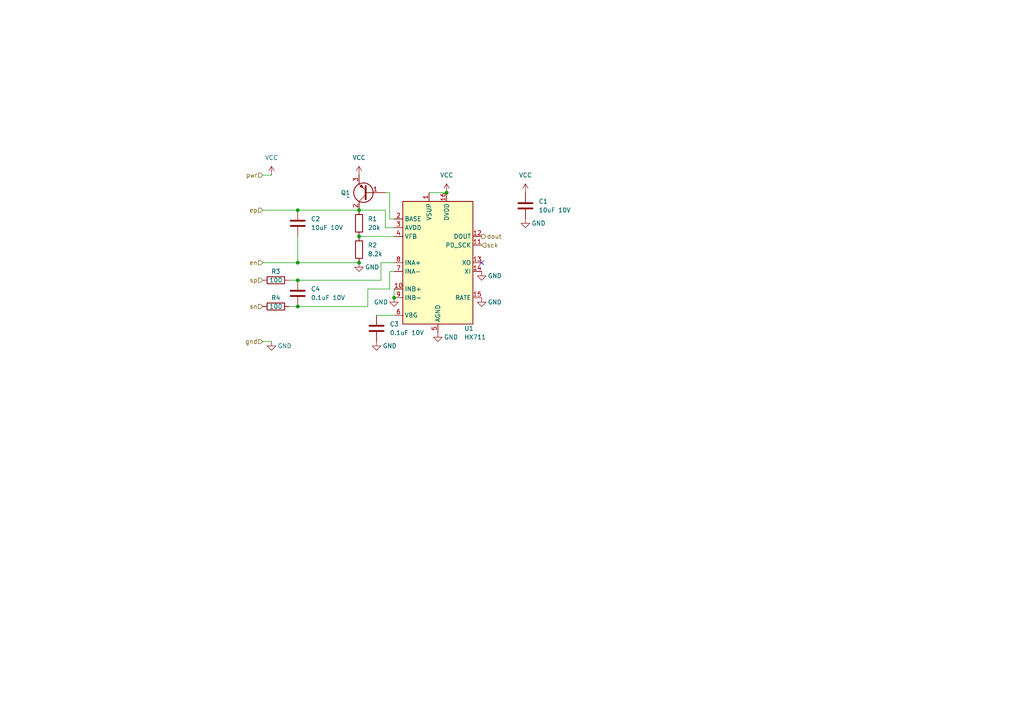
<source format=kicad_sch>
(kicad_sch (version 20230121) (generator eeschema)
  (paper "A4")
  (lib_symbols
    (symbol "Analog_ADC:HX711"
      (property "Reference" "U" (at 5.08 21.59 0))
      (property "Value" "HX711" (at 7.62 19.05 0))
      (symbol "HX711_0_1"
        (rectangle (start -10.16 17.78) (end 10.16 -17.78) (stroke (width 0.254)) (fill (type background)))
      )
      (symbol "HX711_1_1"
        (pin power_in line (at -2.54 20.32 270) (length 2.54) (name "VSUP") (number "1"))
        (pin input line (at -12.7 -7.62 0) (length 2.54) (name "INB+") (number "10"))
        (pin input line (at 12.7 5.08 180) (length 2.54) (name "PD_SCK") (number "11"))
        (pin output line (at 12.7 7.62 180) (length 2.54) (name "DOUT") (number "12"))
        (pin passive line (at 12.7 0 180) (length 2.54) (name "XO") (number "13"))
        (pin passive line (at 12.7 -2.54 180) (length 2.54) (name "XI") (number "14"))
        (pin input line (at 12.7 -10.16 180) (length 2.54) (name "RATE") (number "15"))
        (pin power_in line (at 2.54 20.32 270) (length 2.54) (name "DVDD") (number "16"))
        (pin passive line (at -12.7 12.7 0) (length 2.54) (name "BASE") (number "2"))
        (pin power_in line (at -12.7 10.16 0) (length 2.54) (name "AVDD") (number "3"))
        (pin input line (at -12.7 7.62 0) (length 2.54) (name "VFB") (number "4"))
        (pin power_in line (at 0 -20.32 90) (length 2.54) (name "AGND") (number "5"))
        (pin passive line (at -12.7 -15.24 0) (length 2.54) (name "VBG") (number "6"))
        (pin input line (at -12.7 -2.54 0) (length 2.54) (name "INA-") (number "7"))
        (pin input line (at -12.7 0 0) (length 2.54) (name "INA+") (number "8"))
        (pin input line (at -12.7 -10.16 0) (length 2.54) (name "INB-") (number "9"))
      )
    )
    (symbol "Device:C" (pin_numbers hide) (pin_names (offset 0.254))
      (property "Reference" "C" (at 0.635 2.54 0))
      (property "Value" "C" (at 0.635 -2.54 0))
      (symbol "C_0_1"
        (polyline (pts (xy -2.032 -0.762) (xy 2.032 -0.762)) (stroke (width 0.508)))
        (polyline (pts (xy -2.032 0.762) (xy 2.032 0.762)) (stroke (width 0.508)))
      )
      (symbol "C_1_1"
        (pin passive line (at 0 3.81 270) (length 2.794) (name "~") (number "1"))
        (pin passive line (at 0 -3.81 90) (length 2.794) (name "~") (number "2"))
      )
    )
    (symbol "Device:Q_PNP_BCE" (pin_names (offset 0) hide)
      (property "Reference" "Q" (at 5.08 1.27 0))
      (property "Value" "Q_PNP_BCE" (at 5.08 -1.27 0))
      (symbol "Q_PNP_BCE_0_1"
        (polyline (pts (xy 0.635 0.635) (xy 2.54 2.54)))
        (polyline (pts (xy 0.635 -0.635) (xy 2.54 -2.54) (xy 2.54 -2.54)))
        (polyline (pts (xy 0.635 1.905) (xy 0.635 -1.905) (xy 0.635 -1.905)) (stroke (width 0.508)))
        (polyline (pts (xy 2.286 -1.778) (xy 1.778 -2.286) (xy 1.27 -1.27) (xy 2.286 -1.778) (xy 2.286 -1.778)) (fill (type outline)))
        (circle (center 1.27 0) (radius 2.8194) (stroke (width 0.254)))
      )
      (symbol "Q_PNP_BCE_1_1"
        (pin input line (at -5.08 0 0) (length 5.715) (name "B") (number "1"))
        (pin passive line (at 2.54 5.08 270) (length 2.54) (name "C") (number "2"))
        (pin passive line (at 2.54 -5.08 90) (length 2.54) (name "E") (number "3"))
      )
    )
    (symbol "Device:R" (pin_numbers hide) (pin_names (offset 0))
      (property "Reference" "R" (at 2.032 0 90))
      (property "Value" "R" (at 0 0 90))
      (symbol "R_0_1"
        (rectangle (start -1.016 -2.54) (end 1.016 2.54) (stroke (width 0.254)))
      )
      (symbol "R_1_1"
        (pin passive line (at 0 3.81 270) (length 1.27) (name "~") (number "1"))
        (pin passive line (at 0 -3.81 90) (length 1.27) (name "~") (number "2"))
      )
    )
    (symbol "power:GND" (power) (pin_names (offset 0))
      (property "Value" "GND" (at 0 -3.81 0))
      (symbol "GND_0_1"
        (polyline (pts (xy 0 0) (xy 0 -1.27) (xy 1.27 -1.27) (xy 0 -2.54) (xy -1.27 -1.27) (xy 0 -1.27)))
      )
      (symbol "GND_1_1"
        (pin power_in line (at 0 0 270) (length 0) hide (name "GND") (number "1"))
      )
    )
    (symbol "power:VCC" (power) (pin_names (offset 0))
      (property "Value" "VCC" (at 0 3.81 0))
      (symbol "VCC_0_1"
        (polyline (pts (xy -0.762 1.27) (xy 0 2.54)))
        (polyline (pts (xy 0 0) (xy 0 2.54)))
        (polyline (pts (xy 0 2.54) (xy 0.762 1.27)))
      )
      (symbol "VCC_1_1"
        (pin power_in line (at 0 0 90) (length 0) hide (name "VCC") (number "1"))
      )
    )
  )
  (junction (at 104.14 68.58))
  (junction (at 86.36 76.2))
  (junction (at 86.36 60.96))
  (junction (at 129.54 55.88))
  (junction (at 104.14 60.96))
  (junction (at 86.36 88.9))
  (junction (at 114.3 86.36))
  (junction (at 104.14 76.2))
  (junction (at 86.36 81.28))
  (no_connect (at 139.7 76.2))
  (wire (pts (xy 83.82 88.9) (xy 86.36 88.9)))
  (wire (pts (xy 110.49 76.2) (xy 114.3 76.2)))
  (wire (pts (xy 76.2 50.8) (xy 78.74 50.8)))
  (wire (pts (xy 113.03 83.82) (xy 106.68 83.82)))
  (wire (pts (xy 111.76 66.04) (xy 114.3 66.04)))
  (wire (pts (xy 109.22 91.44) (xy 114.3 91.44)))
  (wire (pts (xy 111.76 55.88) (xy 113.03 55.88)))
  (wire (pts (xy 76.2 76.2) (xy 86.36 76.2)))
  (wire (pts (xy 113.03 63.5) (xy 114.3 63.5)))
  (wire (pts (xy 113.03 55.88) (xy 113.03 63.5)))
  (wire (pts (xy 86.36 88.9) (xy 106.68 88.9)))
  (wire (pts (xy 86.36 68.58) (xy 86.36 76.2)))
  (wire (pts (xy 76.2 60.96) (xy 86.36 60.96)))
  (wire (pts (xy 114.3 83.82) (xy 114.3 86.36)))
  (wire (pts (xy 76.2 99.06) (xy 78.74 99.06)))
  (wire (pts (xy 114.3 78.74) (xy 113.03 78.74)))
  (wire (pts (xy 86.36 76.2) (xy 104.14 76.2)))
  (wire (pts (xy 111.76 60.96) (xy 111.76 66.04)))
  (wire (pts (xy 124.46 55.88) (xy 129.54 55.88)))
  (wire (pts (xy 110.49 81.28) (xy 110.49 76.2)))
  (wire (pts (xy 86.36 60.96) (xy 104.14 60.96)))
  (wire (pts (xy 113.03 78.74) (xy 113.03 83.82)))
  (wire (pts (xy 83.82 81.28) (xy 86.36 81.28)))
  (wire (pts (xy 104.14 60.96) (xy 111.76 60.96)))
  (wire (pts (xy 106.68 83.82) (xy 106.68 88.9)))
  (wire (pts (xy 86.36 81.28) (xy 110.49 81.28)))
  (wire (pts (xy 104.14 68.58) (xy 114.3 68.58)))
  (hierarchical_label "sp" (shape input) (at 76.2 81.28 180))
  (hierarchical_label "en" (shape input) (at 76.2 76.2 180))
  (hierarchical_label "ep" (shape input) (at 76.2 60.96 180))
  (hierarchical_label "dout" (shape output) (at 139.7 68.58 0))
  (hierarchical_label "pwr" (shape input) (at 76.2 50.8 180))
  (hierarchical_label "sck" (shape input) (at 139.7 71.12 0))
  (hierarchical_label "sn" (shape input) (at 76.2 88.9 180))
  (hierarchical_label "gnd" (shape input) (at 76.2 99.06 180))
  (symbol (lib_id "Device:R") (at 104.14 64.77 0) (unit 1)
    (property "Reference" "R1" (at 106.68 63.5 0) (effects (justify left)))
    (property "Value" "20k" (at 106.68 66.04 0) (effects (justify left)))
  )
  (symbol (lib_id "power:GND") (at 139.7 78.74 0) (unit 1)
    (property "Reference" "#PWR07" (effects hide))
    (property "Value" "GND" (at 143.51 80.01 0))
  )
  (symbol (lib_id "Device:C") (at 86.36 85.09 0) (unit 1)
    (property "Reference" "C4" (at 90.17 83.82 0) (effects (justify left)))
    (property "Value" "0.1uF 10V" (at 90.17 86.36 0) (effects (justify left)))
  )
  (symbol (lib_id "Analog_ADC:HX711") (at 127 76.2 0) (unit 1)
    (property "Reference" "U1" (at 134.62 95.25 0) (effects (justify left)))
    (property "Value" "HX711" (at 134.62 97.79 0) (effects (justify left)))
    (property "Footprint" "Package_SO:SOP-16_3.9x9.9mm_P1.27mm" (effects hide))
    (property "Datasheet" "https://cdn.sparkfun.com/datasheets/Sensors/ForceFlex/hx711_english.pdf" (effects hide))
    (property "JLCPCB Part #" "C6705483" (effects hide))
    (property "edg_blackbox" "KiCadJlcBlackbox" (effects hide))
  )
  (symbol (lib_id "power:GND") (at 152.4 63.5 0) (unit 1)
    (property "Reference" "#PWR05" (effects hide))
    (property "Value" "GND" (at 156.21 64.77 0))
  )
  (symbol (lib_id "power:GND") (at 104.14 76.2 0) (unit 1)
    (property "Reference" "#PWR09" (effects hide))
    (property "Value" "GND" (at 107.95 77.47 0))
  )
  (symbol (lib_id "Device:C") (at 86.36 64.77 0) (unit 1)
    (property "Reference" "C2" (at 90.17 63.5 0) (effects (justify left)))
    (property "Value" "10uF 10V" (at 90.17 66.04 0) (effects (justify left)))
  )
  (symbol (lib_id "Device:R") (at 80.01 88.9 90) (unit 1)
    (property "Reference" "R4" (at 80.01 86.36 90))
    (property "Value" "100" (at 80.01 88.9 90))
  )
  (symbol (lib_id "Device:R") (at 104.14 72.39 0) (unit 1)
    (property "Reference" "R2" (at 106.68 71.12 0) (effects (justify left)))
    (property "Value" "8.2k" (at 106.68 73.66 0) (effects (justify left)))
  )
  (symbol (lib_id "power:VCC") (at 78.74 50.8 0) (unit 1)
    (property "Reference" "#PWR02" (effects hide))
    (property "Value" "VCC" (at 78.74 45.72 0))
  )
  (symbol (lib_id "power:VCC") (at 152.4 55.88 0) (unit 1)
    (property "Reference" "#PWR04" (effects hide))
    (property "Value" "VCC" (at 152.4 50.8 0))
  )
  (symbol (lib_id "power:GND") (at 114.3 86.36 0) (unit 1)
    (property "Reference" "#PWR010" (effects hide))
    (property "Value" "GND" (at 110.49 87.63 0))
  )
  (symbol (lib_id "power:VCC") (at 129.54 55.88 0) (unit 1)
    (property "Reference" "#PWR01" (effects hide))
    (property "Value" "VCC" (at 129.54 50.8 0))
  )
  (symbol (lib_id "Device:C") (at 109.22 95.25 0) (unit 1)
    (property "Reference" "C3" (at 113.03 93.98 0) (effects (justify left)))
    (property "Value" "0.1uF 10V" (at 113.03 96.52 0) (effects (justify left)))
  )
  (symbol (lib_id "power:GND") (at 139.7 86.36 0) (unit 1)
    (property "Reference" "#PWR08" (effects hide))
    (property "Value" "GND" (at 143.51 87.63 0))
  )
  (symbol (lib_id "power:GND") (at 78.74 99.06 0) (unit 1)
    (property "Reference" "#PWR?" (effects hide))
    (property "Value" "GND" (at 82.55 100.33 0))
  )
  (symbol (lib_id "Device:R") (at 80.01 81.28 90) (unit 1)
    (property "Reference" "R3" (at 80.01 78.74 90))
    (property "Value" "100" (at 80.01 81.28 90))
  )
  (symbol (lib_id "power:GND") (at 127 96.52 0) (unit 1)
    (property "Reference" "#PWR03" (effects hide))
    (property "Value" "GND" (at 130.81 97.79 0))
  )
  (symbol (lib_id "power:VCC") (at 104.14 50.8 0) (unit 1)
    (property "Reference" "#PWR06" (effects hide))
    (property "Value" "VCC" (at 104.14 45.72 0))
  )
  (symbol (lib_id "power:GND") (at 109.22 99.06 0) (unit 1)
    (property "Reference" "#PWR011" (effects hide))
    (property "Value" "GND" (at 113.03 100.33 0))
  )
  (symbol (lib_id "Device:C") (at 152.4 59.69 0) (unit 1)
    (property "Reference" "C1" (at 156.21 58.42 0) (effects (justify left)))
    (property "Value" "10uF 10V" (at 156.21 60.96 0) (effects (justify left)))
  )
  (symbol (lib_id "Device:Q_PNP_BCE") (at 106.68 55.88 180) (unit 1)
    (property "Reference" "Q1" (at 101.6 55.88 0) (effects (justify left)))
    (property "Value" "~" (at 101.6 57.15 0) (effects (justify left)))
  )
)
</source>
